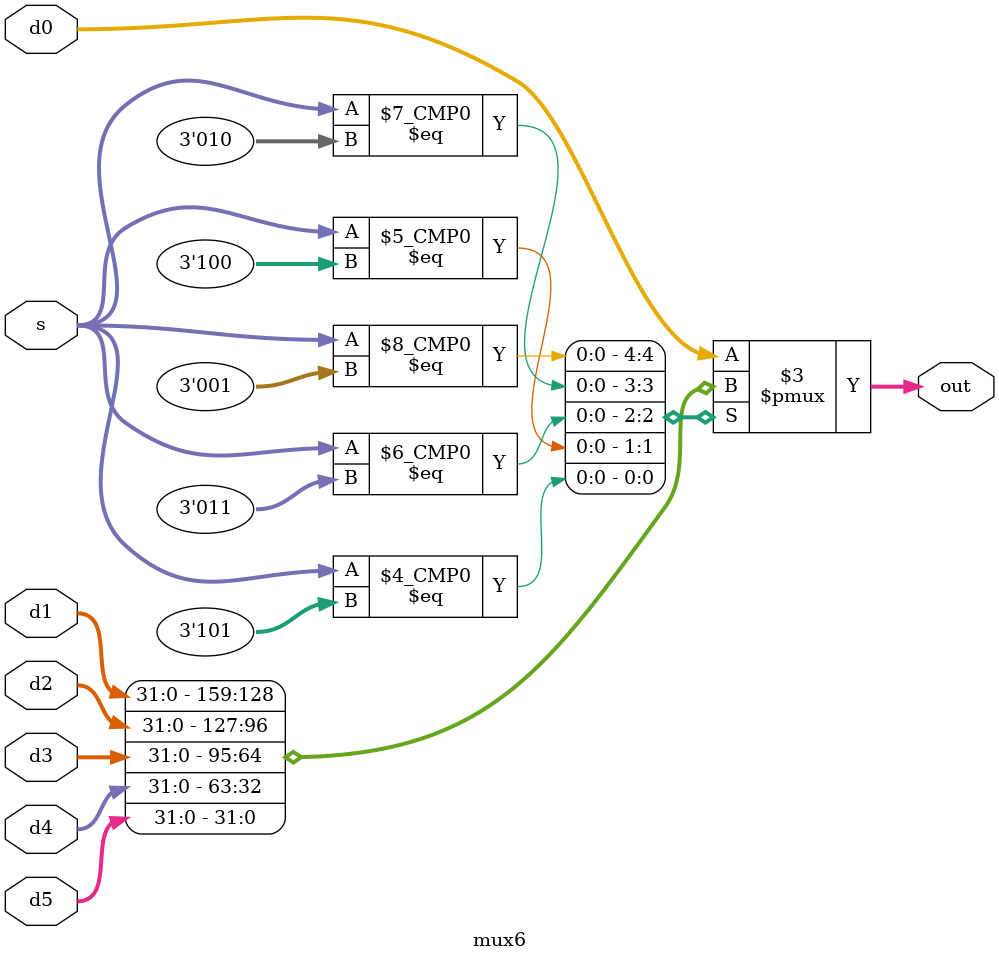
<source format=sv>
module mux6 #(parameter WIDTH = 32) 
            (input logic [WIDTH-1:0] d0, d1, d2, d3, d4, d5,
                input logic [2:0] s, output logic [WIDTH-1:0] out);
                
    always_comb begin
        case (s)
            3'b000 : out = d0;
            3'b001 : out = d1;
            3'b010 : out = d2;
            3'b011 : out = d3;
            3'b100 : out = d4;
            3'b101 : out = d5;
            default : out = d0;
        endcase
    end
endmodule
</source>
